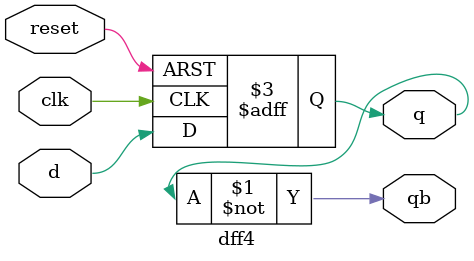
<source format=v>

module dff4 (
  input  d    ,
  input  clk  ,
  input  reset,
  output q    ,
  output qb
);

  reg q;

  assign qb = ~q;

  always @(posedge clk or posedge reset)
    if (reset)
      q <= 1'b1; // Active high-reset
    else
      q <= d;

endmodule


</source>
